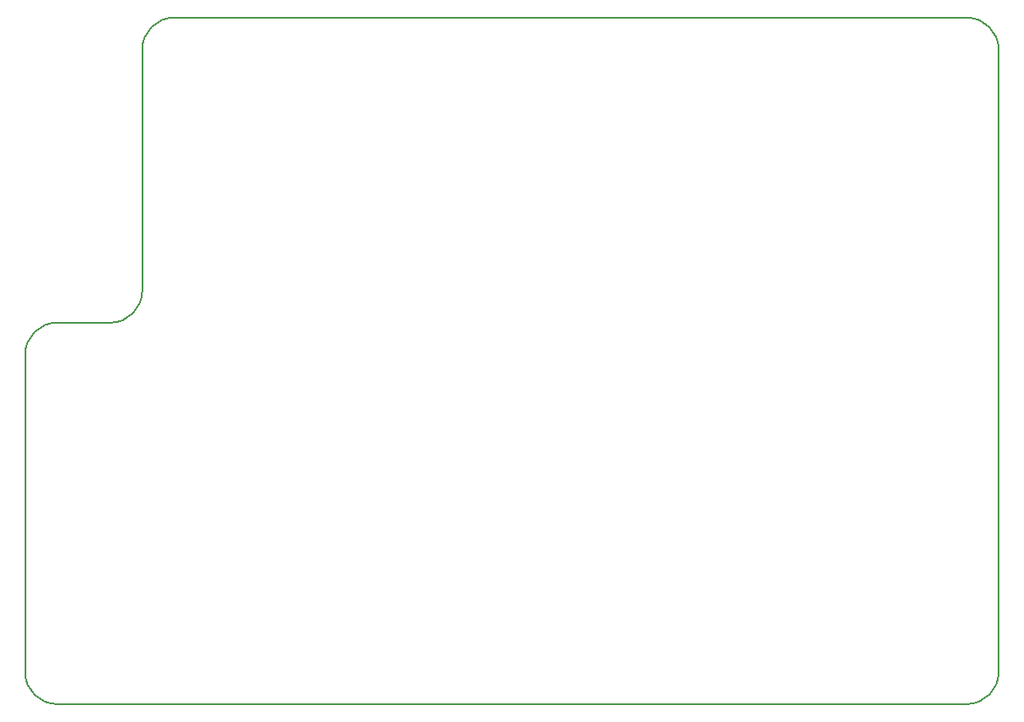
<source format=gm1>
G04 #@! TF.FileFunction,Profile,NP*
%FSLAX46Y46*%
G04 Gerber Fmt 4.6, Leading zero omitted, Abs format (unit mm)*
G04 Created by KiCad (PCBNEW 4.0.6) date Mon Nov 27 06:04:14 2017*
%MOMM*%
%LPD*%
G01*
G04 APERTURE LIST*
%ADD10C,0.100000*%
%ADD11C,0.150000*%
G04 APERTURE END LIST*
D10*
D11*
X57785000Y-53975000D02*
G75*
G03X60960000Y-50800000I0J3175000D01*
G01*
X64135000Y-23495000D02*
G75*
G03X60960000Y-26670000I0J-3175000D01*
G01*
X60960000Y-50800000D02*
X60960000Y-26670000D01*
X52451000Y-53975000D02*
X57785000Y-53975000D01*
X52451000Y-53975000D02*
G75*
G03X49276000Y-57150000I0J-3175000D01*
G01*
X49276000Y-88900000D02*
G75*
G03X52451000Y-92075000I3175000J0D01*
G01*
X146431000Y-26670000D02*
G75*
G03X143256000Y-23495000I-3175000J0D01*
G01*
X143256000Y-92075000D02*
G75*
G03X146431000Y-88900000I0J3175000D01*
G01*
X49276000Y-57150000D02*
X49276000Y-88900000D01*
X143256000Y-92075000D02*
X52451000Y-92075000D01*
X146431000Y-26670000D02*
X146431000Y-88900000D01*
X64135000Y-23495000D02*
X143256000Y-23495000D01*
M02*

</source>
